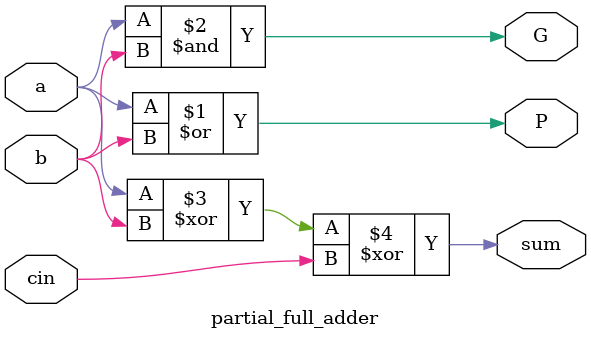
<source format=v>
`timescale 1ns / 1ps

// PFA input: A,B, Cin; output: sum, P, G; G = A AND B; P = A OR B; sum = A XOR B XOR cin

module partial_full_adder(
 input  wire a,
 input  wire b,
 input  wire cin,
 output wire sum,
 output wire P,
 output wire G
    );
    
    assign P = a | b;
    assign G = a & b;
    assign sum = (a ^ b) ^ cin;
    
endmodule

</source>
